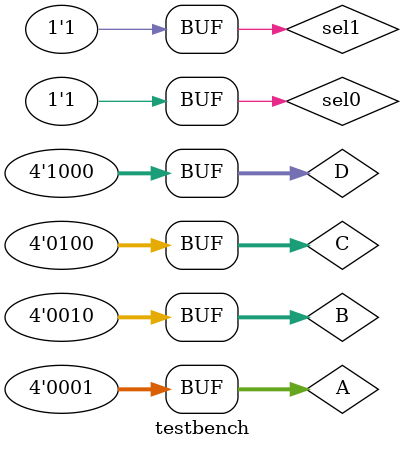
<source format=v>
`timescale 1 ns/1 ns	//time scale for simulation

module testbench;
   reg [3:0] A;
   reg [3:0] B;
   reg [3:0] C;
   reg [3:0] D;
   reg       sel0;
   reg       sel1;
   wire [3:0] RES;

   mux_41_4b mux_41_4b_0(.A(A), .B(B), .C(C), .D(D), .sel0(sel0), .sel1(sel1), .RES(RES));

   initial begin
      $dumpfile("test.vcd");
      $dumpvars(0, testbench);

      // Debug setup: one hot inputs
      A = 4'b0001;
      B = 4'b0010;
      C = 4'b0100;
      D = 4'b1000;

      // test 0: RES = 4'b0001
      sel1 = 0;
      sel0 = 0;
      #14;
      
      // test 1: RES = 4'b0010
      sel1 = 0;
      sel0 = 1;
      #14;
      
      // test 2: RES = 4'b0100
      sel1 = 1;
      sel0 = 0;
      #14;
      
      // test 3: RES = 4'b1000
      sel1 = 1;
      sel0 = 1;
      #14;
   end
endmodule

</source>
